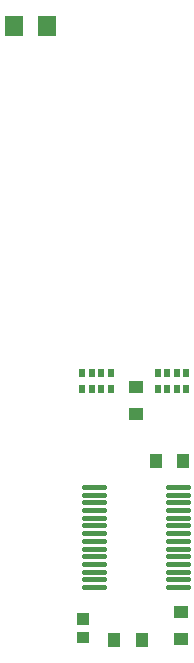
<source format=gbr>
G04 EAGLE Gerber RS-274X export*
G75*
%MOMM*%
%FSLAX34Y34*%
%LPD*%
%INSolderpaste Bottom*%
%IPPOS*%
%AMOC8*
5,1,8,0,0,1.08239X$1,22.5*%
G01*
%ADD10R,1.054000X1.200000*%
%ADD11R,0.500000X0.650000*%
%ADD12C,0.381000*%
%ADD13C,0.028500*%
%ADD14R,1.200000X1.054000*%
%ADD15R,1.600000X1.800000*%


D10*
X230615Y190500D03*
X207535Y190500D03*
D11*
X209488Y265195D03*
X217488Y265195D03*
X225488Y265195D03*
X233488Y265195D03*
X233488Y251695D03*
X225488Y251695D03*
X217488Y251695D03*
X209488Y251695D03*
X169480Y251695D03*
X161480Y251695D03*
X153480Y251695D03*
X145480Y251695D03*
X145480Y265195D03*
X153480Y265195D03*
X161480Y265195D03*
X169480Y265195D03*
D12*
X218059Y168275D02*
X234569Y168275D01*
X234569Y161773D02*
X218059Y161773D01*
X218059Y155275D02*
X234569Y155275D01*
X234569Y148775D02*
X218059Y148775D01*
X218059Y142273D02*
X234569Y142273D01*
X234569Y135776D02*
X218059Y135776D01*
X218059Y129278D02*
X234569Y129278D01*
X234569Y122776D02*
X218059Y122776D01*
X218059Y116276D02*
X234569Y116276D01*
X234569Y109774D02*
X218059Y109774D01*
X218059Y103271D02*
X234569Y103271D01*
X234569Y96774D02*
X218059Y96774D01*
X218059Y90277D02*
X234569Y90277D01*
X234569Y83774D02*
X218059Y83774D01*
X163449Y83774D02*
X146939Y83774D01*
X146939Y90277D02*
X163449Y90277D01*
X163449Y96774D02*
X146939Y96774D01*
X146939Y103271D02*
X163449Y103271D01*
X163449Y109774D02*
X146939Y109774D01*
X146939Y116276D02*
X163449Y116276D01*
X163449Y122776D02*
X146939Y122776D01*
X146939Y129278D02*
X163449Y129278D01*
X163449Y135776D02*
X146939Y135776D01*
X146939Y142273D02*
X163449Y142273D01*
X163449Y148775D02*
X146939Y148775D01*
X146939Y155275D02*
X163449Y155275D01*
X163449Y161778D02*
X146939Y161778D01*
X146939Y168275D02*
X163449Y168275D01*
D13*
X150400Y46011D02*
X150400Y36795D01*
X140684Y36795D01*
X140684Y46011D01*
X150400Y46011D01*
X150400Y37066D02*
X140684Y37066D01*
X140684Y37337D02*
X150400Y37337D01*
X150400Y37608D02*
X140684Y37608D01*
X140684Y37879D02*
X150400Y37879D01*
X150400Y38150D02*
X140684Y38150D01*
X140684Y38421D02*
X150400Y38421D01*
X150400Y38692D02*
X140684Y38692D01*
X140684Y38963D02*
X150400Y38963D01*
X150400Y39234D02*
X140684Y39234D01*
X140684Y39505D02*
X150400Y39505D01*
X150400Y39776D02*
X140684Y39776D01*
X140684Y40047D02*
X150400Y40047D01*
X150400Y40318D02*
X140684Y40318D01*
X140684Y40589D02*
X150400Y40589D01*
X150400Y40860D02*
X140684Y40860D01*
X140684Y41131D02*
X150400Y41131D01*
X150400Y41402D02*
X140684Y41402D01*
X140684Y41673D02*
X150400Y41673D01*
X150400Y41944D02*
X140684Y41944D01*
X140684Y42215D02*
X150400Y42215D01*
X150400Y42486D02*
X140684Y42486D01*
X140684Y42757D02*
X150400Y42757D01*
X150400Y43028D02*
X140684Y43028D01*
X140684Y43299D02*
X150400Y43299D01*
X150400Y43570D02*
X140684Y43570D01*
X140684Y43841D02*
X150400Y43841D01*
X150400Y44112D02*
X140684Y44112D01*
X140684Y44383D02*
X150400Y44383D01*
X150400Y44654D02*
X140684Y44654D01*
X140684Y44925D02*
X150400Y44925D01*
X150400Y45196D02*
X140684Y45196D01*
X140684Y45467D02*
X150400Y45467D01*
X150400Y45738D02*
X140684Y45738D01*
X140684Y46009D02*
X150400Y46009D01*
X150400Y52795D02*
X150400Y62011D01*
X150400Y52795D02*
X140684Y52795D01*
X140684Y62011D01*
X150400Y62011D01*
X150400Y53066D02*
X140684Y53066D01*
X140684Y53337D02*
X150400Y53337D01*
X150400Y53608D02*
X140684Y53608D01*
X140684Y53879D02*
X150400Y53879D01*
X150400Y54150D02*
X140684Y54150D01*
X140684Y54421D02*
X150400Y54421D01*
X150400Y54692D02*
X140684Y54692D01*
X140684Y54963D02*
X150400Y54963D01*
X150400Y55234D02*
X140684Y55234D01*
X140684Y55505D02*
X150400Y55505D01*
X150400Y55776D02*
X140684Y55776D01*
X140684Y56047D02*
X150400Y56047D01*
X150400Y56318D02*
X140684Y56318D01*
X140684Y56589D02*
X150400Y56589D01*
X150400Y56860D02*
X140684Y56860D01*
X140684Y57131D02*
X150400Y57131D01*
X150400Y57402D02*
X140684Y57402D01*
X140684Y57673D02*
X150400Y57673D01*
X150400Y57944D02*
X140684Y57944D01*
X140684Y58215D02*
X150400Y58215D01*
X150400Y58486D02*
X140684Y58486D01*
X140684Y58757D02*
X150400Y58757D01*
X150400Y59028D02*
X140684Y59028D01*
X140684Y59299D02*
X150400Y59299D01*
X150400Y59570D02*
X140684Y59570D01*
X140684Y59841D02*
X150400Y59841D01*
X150400Y60112D02*
X140684Y60112D01*
X140684Y60383D02*
X150400Y60383D01*
X150400Y60654D02*
X140684Y60654D01*
X140684Y60925D02*
X150400Y60925D01*
X150400Y61196D02*
X140684Y61196D01*
X140684Y61467D02*
X150400Y61467D01*
X150400Y61738D02*
X140684Y61738D01*
X140684Y62009D02*
X150400Y62009D01*
D14*
X190500Y229760D03*
X190500Y252840D03*
X228600Y62340D03*
X228600Y39260D03*
D10*
X172610Y38735D03*
X195690Y38735D03*
D15*
X87600Y558800D03*
X115600Y558800D03*
M02*

</source>
